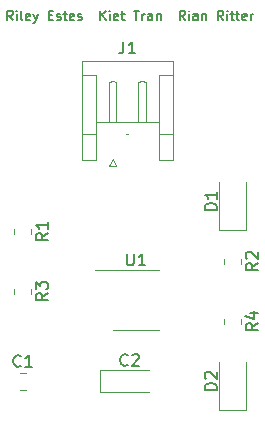
<source format=gbr>
%TF.GenerationSoftware,KiCad,Pcbnew,7.0.1*%
%TF.CreationDate,2023-04-24T16:24:41-07:00*%
%TF.ProjectId,Lab 3,4c616220-332e-46b6-9963-61645f706362,rev?*%
%TF.SameCoordinates,Original*%
%TF.FileFunction,Legend,Top*%
%TF.FilePolarity,Positive*%
%FSLAX46Y46*%
G04 Gerber Fmt 4.6, Leading zero omitted, Abs format (unit mm)*
G04 Created by KiCad (PCBNEW 7.0.1) date 2023-04-24 16:24:41*
%MOMM*%
%LPD*%
G01*
G04 APERTURE LIST*
%ADD10C,0.150000*%
%ADD11C,0.120000*%
G04 APERTURE END LIST*
D10*
X143927619Y-63402095D02*
X143660952Y-63021142D01*
X143470476Y-63402095D02*
X143470476Y-62602095D01*
X143470476Y-62602095D02*
X143775238Y-62602095D01*
X143775238Y-62602095D02*
X143851428Y-62640190D01*
X143851428Y-62640190D02*
X143889523Y-62678285D01*
X143889523Y-62678285D02*
X143927619Y-62754476D01*
X143927619Y-62754476D02*
X143927619Y-62868761D01*
X143927619Y-62868761D02*
X143889523Y-62944952D01*
X143889523Y-62944952D02*
X143851428Y-62983047D01*
X143851428Y-62983047D02*
X143775238Y-63021142D01*
X143775238Y-63021142D02*
X143470476Y-63021142D01*
X144270476Y-63402095D02*
X144270476Y-62868761D01*
X144270476Y-62602095D02*
X144232380Y-62640190D01*
X144232380Y-62640190D02*
X144270476Y-62678285D01*
X144270476Y-62678285D02*
X144308571Y-62640190D01*
X144308571Y-62640190D02*
X144270476Y-62602095D01*
X144270476Y-62602095D02*
X144270476Y-62678285D01*
X144765713Y-63402095D02*
X144689523Y-63364000D01*
X144689523Y-63364000D02*
X144651428Y-63287809D01*
X144651428Y-63287809D02*
X144651428Y-62602095D01*
X145375238Y-63364000D02*
X145299047Y-63402095D01*
X145299047Y-63402095D02*
X145146666Y-63402095D01*
X145146666Y-63402095D02*
X145070476Y-63364000D01*
X145070476Y-63364000D02*
X145032380Y-63287809D01*
X145032380Y-63287809D02*
X145032380Y-62983047D01*
X145032380Y-62983047D02*
X145070476Y-62906857D01*
X145070476Y-62906857D02*
X145146666Y-62868761D01*
X145146666Y-62868761D02*
X145299047Y-62868761D01*
X145299047Y-62868761D02*
X145375238Y-62906857D01*
X145375238Y-62906857D02*
X145413333Y-62983047D01*
X145413333Y-62983047D02*
X145413333Y-63059238D01*
X145413333Y-63059238D02*
X145032380Y-63135428D01*
X145679999Y-62868761D02*
X145870475Y-63402095D01*
X146060952Y-62868761D02*
X145870475Y-63402095D01*
X145870475Y-63402095D02*
X145794285Y-63592571D01*
X145794285Y-63592571D02*
X145756190Y-63630666D01*
X145756190Y-63630666D02*
X145679999Y-63668761D01*
X146975238Y-62983047D02*
X147241904Y-62983047D01*
X147356190Y-63402095D02*
X146975238Y-63402095D01*
X146975238Y-63402095D02*
X146975238Y-62602095D01*
X146975238Y-62602095D02*
X147356190Y-62602095D01*
X147660952Y-63364000D02*
X147737143Y-63402095D01*
X147737143Y-63402095D02*
X147889524Y-63402095D01*
X147889524Y-63402095D02*
X147965714Y-63364000D01*
X147965714Y-63364000D02*
X148003810Y-63287809D01*
X148003810Y-63287809D02*
X148003810Y-63249714D01*
X148003810Y-63249714D02*
X147965714Y-63173523D01*
X147965714Y-63173523D02*
X147889524Y-63135428D01*
X147889524Y-63135428D02*
X147775238Y-63135428D01*
X147775238Y-63135428D02*
X147699048Y-63097333D01*
X147699048Y-63097333D02*
X147660952Y-63021142D01*
X147660952Y-63021142D02*
X147660952Y-62983047D01*
X147660952Y-62983047D02*
X147699048Y-62906857D01*
X147699048Y-62906857D02*
X147775238Y-62868761D01*
X147775238Y-62868761D02*
X147889524Y-62868761D01*
X147889524Y-62868761D02*
X147965714Y-62906857D01*
X148232381Y-62868761D02*
X148537143Y-62868761D01*
X148346667Y-62602095D02*
X148346667Y-63287809D01*
X148346667Y-63287809D02*
X148384762Y-63364000D01*
X148384762Y-63364000D02*
X148460952Y-63402095D01*
X148460952Y-63402095D02*
X148537143Y-63402095D01*
X149108572Y-63364000D02*
X149032381Y-63402095D01*
X149032381Y-63402095D02*
X148880000Y-63402095D01*
X148880000Y-63402095D02*
X148803810Y-63364000D01*
X148803810Y-63364000D02*
X148765714Y-63287809D01*
X148765714Y-63287809D02*
X148765714Y-62983047D01*
X148765714Y-62983047D02*
X148803810Y-62906857D01*
X148803810Y-62906857D02*
X148880000Y-62868761D01*
X148880000Y-62868761D02*
X149032381Y-62868761D01*
X149032381Y-62868761D02*
X149108572Y-62906857D01*
X149108572Y-62906857D02*
X149146667Y-62983047D01*
X149146667Y-62983047D02*
X149146667Y-63059238D01*
X149146667Y-63059238D02*
X148765714Y-63135428D01*
X149451428Y-63364000D02*
X149527619Y-63402095D01*
X149527619Y-63402095D02*
X149680000Y-63402095D01*
X149680000Y-63402095D02*
X149756190Y-63364000D01*
X149756190Y-63364000D02*
X149794286Y-63287809D01*
X149794286Y-63287809D02*
X149794286Y-63249714D01*
X149794286Y-63249714D02*
X149756190Y-63173523D01*
X149756190Y-63173523D02*
X149680000Y-63135428D01*
X149680000Y-63135428D02*
X149565714Y-63135428D01*
X149565714Y-63135428D02*
X149489524Y-63097333D01*
X149489524Y-63097333D02*
X149451428Y-63021142D01*
X149451428Y-63021142D02*
X149451428Y-62983047D01*
X149451428Y-62983047D02*
X149489524Y-62906857D01*
X149489524Y-62906857D02*
X149565714Y-62868761D01*
X149565714Y-62868761D02*
X149680000Y-62868761D01*
X149680000Y-62868761D02*
X149756190Y-62906857D01*
X151356191Y-63402095D02*
X151356191Y-62602095D01*
X151813334Y-63402095D02*
X151470476Y-62944952D01*
X151813334Y-62602095D02*
X151356191Y-63059238D01*
X152156191Y-63402095D02*
X152156191Y-62868761D01*
X152156191Y-62602095D02*
X152118095Y-62640190D01*
X152118095Y-62640190D02*
X152156191Y-62678285D01*
X152156191Y-62678285D02*
X152194286Y-62640190D01*
X152194286Y-62640190D02*
X152156191Y-62602095D01*
X152156191Y-62602095D02*
X152156191Y-62678285D01*
X152841905Y-63364000D02*
X152765714Y-63402095D01*
X152765714Y-63402095D02*
X152613333Y-63402095D01*
X152613333Y-63402095D02*
X152537143Y-63364000D01*
X152537143Y-63364000D02*
X152499047Y-63287809D01*
X152499047Y-63287809D02*
X152499047Y-62983047D01*
X152499047Y-62983047D02*
X152537143Y-62906857D01*
X152537143Y-62906857D02*
X152613333Y-62868761D01*
X152613333Y-62868761D02*
X152765714Y-62868761D01*
X152765714Y-62868761D02*
X152841905Y-62906857D01*
X152841905Y-62906857D02*
X152880000Y-62983047D01*
X152880000Y-62983047D02*
X152880000Y-63059238D01*
X152880000Y-63059238D02*
X152499047Y-63135428D01*
X153108571Y-62868761D02*
X153413333Y-62868761D01*
X153222857Y-62602095D02*
X153222857Y-63287809D01*
X153222857Y-63287809D02*
X153260952Y-63364000D01*
X153260952Y-63364000D02*
X153337142Y-63402095D01*
X153337142Y-63402095D02*
X153413333Y-63402095D01*
X154175238Y-62602095D02*
X154632381Y-62602095D01*
X154403809Y-63402095D02*
X154403809Y-62602095D01*
X154899048Y-63402095D02*
X154899048Y-62868761D01*
X154899048Y-63021142D02*
X154937143Y-62944952D01*
X154937143Y-62944952D02*
X154975238Y-62906857D01*
X154975238Y-62906857D02*
X155051429Y-62868761D01*
X155051429Y-62868761D02*
X155127619Y-62868761D01*
X155737143Y-63402095D02*
X155737143Y-62983047D01*
X155737143Y-62983047D02*
X155699048Y-62906857D01*
X155699048Y-62906857D02*
X155622857Y-62868761D01*
X155622857Y-62868761D02*
X155470476Y-62868761D01*
X155470476Y-62868761D02*
X155394286Y-62906857D01*
X155737143Y-63364000D02*
X155660952Y-63402095D01*
X155660952Y-63402095D02*
X155470476Y-63402095D01*
X155470476Y-63402095D02*
X155394286Y-63364000D01*
X155394286Y-63364000D02*
X155356190Y-63287809D01*
X155356190Y-63287809D02*
X155356190Y-63211619D01*
X155356190Y-63211619D02*
X155394286Y-63135428D01*
X155394286Y-63135428D02*
X155470476Y-63097333D01*
X155470476Y-63097333D02*
X155660952Y-63097333D01*
X155660952Y-63097333D02*
X155737143Y-63059238D01*
X156118096Y-62868761D02*
X156118096Y-63402095D01*
X156118096Y-62944952D02*
X156156191Y-62906857D01*
X156156191Y-62906857D02*
X156232381Y-62868761D01*
X156232381Y-62868761D02*
X156346667Y-62868761D01*
X156346667Y-62868761D02*
X156422858Y-62906857D01*
X156422858Y-62906857D02*
X156460953Y-62983047D01*
X156460953Y-62983047D02*
X156460953Y-63402095D01*
X158518097Y-63402095D02*
X158251430Y-63021142D01*
X158060954Y-63402095D02*
X158060954Y-62602095D01*
X158060954Y-62602095D02*
X158365716Y-62602095D01*
X158365716Y-62602095D02*
X158441906Y-62640190D01*
X158441906Y-62640190D02*
X158480001Y-62678285D01*
X158480001Y-62678285D02*
X158518097Y-62754476D01*
X158518097Y-62754476D02*
X158518097Y-62868761D01*
X158518097Y-62868761D02*
X158480001Y-62944952D01*
X158480001Y-62944952D02*
X158441906Y-62983047D01*
X158441906Y-62983047D02*
X158365716Y-63021142D01*
X158365716Y-63021142D02*
X158060954Y-63021142D01*
X158860954Y-63402095D02*
X158860954Y-62868761D01*
X158860954Y-62602095D02*
X158822858Y-62640190D01*
X158822858Y-62640190D02*
X158860954Y-62678285D01*
X158860954Y-62678285D02*
X158899049Y-62640190D01*
X158899049Y-62640190D02*
X158860954Y-62602095D01*
X158860954Y-62602095D02*
X158860954Y-62678285D01*
X159584763Y-63402095D02*
X159584763Y-62983047D01*
X159584763Y-62983047D02*
X159546668Y-62906857D01*
X159546668Y-62906857D02*
X159470477Y-62868761D01*
X159470477Y-62868761D02*
X159318096Y-62868761D01*
X159318096Y-62868761D02*
X159241906Y-62906857D01*
X159584763Y-63364000D02*
X159508572Y-63402095D01*
X159508572Y-63402095D02*
X159318096Y-63402095D01*
X159318096Y-63402095D02*
X159241906Y-63364000D01*
X159241906Y-63364000D02*
X159203810Y-63287809D01*
X159203810Y-63287809D02*
X159203810Y-63211619D01*
X159203810Y-63211619D02*
X159241906Y-63135428D01*
X159241906Y-63135428D02*
X159318096Y-63097333D01*
X159318096Y-63097333D02*
X159508572Y-63097333D01*
X159508572Y-63097333D02*
X159584763Y-63059238D01*
X159965716Y-62868761D02*
X159965716Y-63402095D01*
X159965716Y-62944952D02*
X160003811Y-62906857D01*
X160003811Y-62906857D02*
X160080001Y-62868761D01*
X160080001Y-62868761D02*
X160194287Y-62868761D01*
X160194287Y-62868761D02*
X160270478Y-62906857D01*
X160270478Y-62906857D02*
X160308573Y-62983047D01*
X160308573Y-62983047D02*
X160308573Y-63402095D01*
X161756193Y-63402095D02*
X161489526Y-63021142D01*
X161299050Y-63402095D02*
X161299050Y-62602095D01*
X161299050Y-62602095D02*
X161603812Y-62602095D01*
X161603812Y-62602095D02*
X161680002Y-62640190D01*
X161680002Y-62640190D02*
X161718097Y-62678285D01*
X161718097Y-62678285D02*
X161756193Y-62754476D01*
X161756193Y-62754476D02*
X161756193Y-62868761D01*
X161756193Y-62868761D02*
X161718097Y-62944952D01*
X161718097Y-62944952D02*
X161680002Y-62983047D01*
X161680002Y-62983047D02*
X161603812Y-63021142D01*
X161603812Y-63021142D02*
X161299050Y-63021142D01*
X162099050Y-63402095D02*
X162099050Y-62868761D01*
X162099050Y-62602095D02*
X162060954Y-62640190D01*
X162060954Y-62640190D02*
X162099050Y-62678285D01*
X162099050Y-62678285D02*
X162137145Y-62640190D01*
X162137145Y-62640190D02*
X162099050Y-62602095D01*
X162099050Y-62602095D02*
X162099050Y-62678285D01*
X162365716Y-62868761D02*
X162670478Y-62868761D01*
X162480002Y-62602095D02*
X162480002Y-63287809D01*
X162480002Y-63287809D02*
X162518097Y-63364000D01*
X162518097Y-63364000D02*
X162594287Y-63402095D01*
X162594287Y-63402095D02*
X162670478Y-63402095D01*
X162822859Y-62868761D02*
X163127621Y-62868761D01*
X162937145Y-62602095D02*
X162937145Y-63287809D01*
X162937145Y-63287809D02*
X162975240Y-63364000D01*
X162975240Y-63364000D02*
X163051430Y-63402095D01*
X163051430Y-63402095D02*
X163127621Y-63402095D01*
X163699050Y-63364000D02*
X163622859Y-63402095D01*
X163622859Y-63402095D02*
X163470478Y-63402095D01*
X163470478Y-63402095D02*
X163394288Y-63364000D01*
X163394288Y-63364000D02*
X163356192Y-63287809D01*
X163356192Y-63287809D02*
X163356192Y-62983047D01*
X163356192Y-62983047D02*
X163394288Y-62906857D01*
X163394288Y-62906857D02*
X163470478Y-62868761D01*
X163470478Y-62868761D02*
X163622859Y-62868761D01*
X163622859Y-62868761D02*
X163699050Y-62906857D01*
X163699050Y-62906857D02*
X163737145Y-62983047D01*
X163737145Y-62983047D02*
X163737145Y-63059238D01*
X163737145Y-63059238D02*
X163356192Y-63135428D01*
X164080002Y-63402095D02*
X164080002Y-62868761D01*
X164080002Y-63021142D02*
X164118097Y-62944952D01*
X164118097Y-62944952D02*
X164156192Y-62906857D01*
X164156192Y-62906857D02*
X164232383Y-62868761D01*
X164232383Y-62868761D02*
X164308573Y-62868761D01*
%TO.C,C2*%
X153670833Y-92597380D02*
X153623214Y-92645000D01*
X153623214Y-92645000D02*
X153480357Y-92692619D01*
X153480357Y-92692619D02*
X153385119Y-92692619D01*
X153385119Y-92692619D02*
X153242262Y-92645000D01*
X153242262Y-92645000D02*
X153147024Y-92549761D01*
X153147024Y-92549761D02*
X153099405Y-92454523D01*
X153099405Y-92454523D02*
X153051786Y-92264047D01*
X153051786Y-92264047D02*
X153051786Y-92121190D01*
X153051786Y-92121190D02*
X153099405Y-91930714D01*
X153099405Y-91930714D02*
X153147024Y-91835476D01*
X153147024Y-91835476D02*
X153242262Y-91740238D01*
X153242262Y-91740238D02*
X153385119Y-91692619D01*
X153385119Y-91692619D02*
X153480357Y-91692619D01*
X153480357Y-91692619D02*
X153623214Y-91740238D01*
X153623214Y-91740238D02*
X153670833Y-91787857D01*
X154051786Y-91787857D02*
X154099405Y-91740238D01*
X154099405Y-91740238D02*
X154194643Y-91692619D01*
X154194643Y-91692619D02*
X154432738Y-91692619D01*
X154432738Y-91692619D02*
X154527976Y-91740238D01*
X154527976Y-91740238D02*
X154575595Y-91787857D01*
X154575595Y-91787857D02*
X154623214Y-91883095D01*
X154623214Y-91883095D02*
X154623214Y-91978333D01*
X154623214Y-91978333D02*
X154575595Y-92121190D01*
X154575595Y-92121190D02*
X154004167Y-92692619D01*
X154004167Y-92692619D02*
X154623214Y-92692619D01*
%TO.C,U1*%
X153608095Y-83172619D02*
X153608095Y-83982142D01*
X153608095Y-83982142D02*
X153655714Y-84077380D01*
X153655714Y-84077380D02*
X153703333Y-84125000D01*
X153703333Y-84125000D02*
X153798571Y-84172619D01*
X153798571Y-84172619D02*
X153989047Y-84172619D01*
X153989047Y-84172619D02*
X154084285Y-84125000D01*
X154084285Y-84125000D02*
X154131904Y-84077380D01*
X154131904Y-84077380D02*
X154179523Y-83982142D01*
X154179523Y-83982142D02*
X154179523Y-83172619D01*
X155179523Y-84172619D02*
X154608095Y-84172619D01*
X154893809Y-84172619D02*
X154893809Y-83172619D01*
X154893809Y-83172619D02*
X154798571Y-83315476D01*
X154798571Y-83315476D02*
X154703333Y-83410714D01*
X154703333Y-83410714D02*
X154608095Y-83458333D01*
%TO.C,R3*%
X146892619Y-86526666D02*
X146416428Y-86859999D01*
X146892619Y-87098094D02*
X145892619Y-87098094D01*
X145892619Y-87098094D02*
X145892619Y-86717142D01*
X145892619Y-86717142D02*
X145940238Y-86621904D01*
X145940238Y-86621904D02*
X145987857Y-86574285D01*
X145987857Y-86574285D02*
X146083095Y-86526666D01*
X146083095Y-86526666D02*
X146225952Y-86526666D01*
X146225952Y-86526666D02*
X146321190Y-86574285D01*
X146321190Y-86574285D02*
X146368809Y-86621904D01*
X146368809Y-86621904D02*
X146416428Y-86717142D01*
X146416428Y-86717142D02*
X146416428Y-87098094D01*
X145892619Y-86193332D02*
X145892619Y-85574285D01*
X145892619Y-85574285D02*
X146273571Y-85907618D01*
X146273571Y-85907618D02*
X146273571Y-85764761D01*
X146273571Y-85764761D02*
X146321190Y-85669523D01*
X146321190Y-85669523D02*
X146368809Y-85621904D01*
X146368809Y-85621904D02*
X146464047Y-85574285D01*
X146464047Y-85574285D02*
X146702142Y-85574285D01*
X146702142Y-85574285D02*
X146797380Y-85621904D01*
X146797380Y-85621904D02*
X146845000Y-85669523D01*
X146845000Y-85669523D02*
X146892619Y-85764761D01*
X146892619Y-85764761D02*
X146892619Y-86050475D01*
X146892619Y-86050475D02*
X146845000Y-86145713D01*
X146845000Y-86145713D02*
X146797380Y-86193332D01*
%TO.C,D1*%
X161202619Y-79478094D02*
X160202619Y-79478094D01*
X160202619Y-79478094D02*
X160202619Y-79239999D01*
X160202619Y-79239999D02*
X160250238Y-79097142D01*
X160250238Y-79097142D02*
X160345476Y-79001904D01*
X160345476Y-79001904D02*
X160440714Y-78954285D01*
X160440714Y-78954285D02*
X160631190Y-78906666D01*
X160631190Y-78906666D02*
X160774047Y-78906666D01*
X160774047Y-78906666D02*
X160964523Y-78954285D01*
X160964523Y-78954285D02*
X161059761Y-79001904D01*
X161059761Y-79001904D02*
X161155000Y-79097142D01*
X161155000Y-79097142D02*
X161202619Y-79239999D01*
X161202619Y-79239999D02*
X161202619Y-79478094D01*
X161202619Y-77954285D02*
X161202619Y-78525713D01*
X161202619Y-78239999D02*
X160202619Y-78239999D01*
X160202619Y-78239999D02*
X160345476Y-78335237D01*
X160345476Y-78335237D02*
X160440714Y-78430475D01*
X160440714Y-78430475D02*
X160488333Y-78525713D01*
%TO.C,D2*%
X161202619Y-94718094D02*
X160202619Y-94718094D01*
X160202619Y-94718094D02*
X160202619Y-94479999D01*
X160202619Y-94479999D02*
X160250238Y-94337142D01*
X160250238Y-94337142D02*
X160345476Y-94241904D01*
X160345476Y-94241904D02*
X160440714Y-94194285D01*
X160440714Y-94194285D02*
X160631190Y-94146666D01*
X160631190Y-94146666D02*
X160774047Y-94146666D01*
X160774047Y-94146666D02*
X160964523Y-94194285D01*
X160964523Y-94194285D02*
X161059761Y-94241904D01*
X161059761Y-94241904D02*
X161155000Y-94337142D01*
X161155000Y-94337142D02*
X161202619Y-94479999D01*
X161202619Y-94479999D02*
X161202619Y-94718094D01*
X160297857Y-93765713D02*
X160250238Y-93718094D01*
X160250238Y-93718094D02*
X160202619Y-93622856D01*
X160202619Y-93622856D02*
X160202619Y-93384761D01*
X160202619Y-93384761D02*
X160250238Y-93289523D01*
X160250238Y-93289523D02*
X160297857Y-93241904D01*
X160297857Y-93241904D02*
X160393095Y-93194285D01*
X160393095Y-93194285D02*
X160488333Y-93194285D01*
X160488333Y-93194285D02*
X160631190Y-93241904D01*
X160631190Y-93241904D02*
X161202619Y-93813332D01*
X161202619Y-93813332D02*
X161202619Y-93194285D01*
%TO.C,C1*%
X144613333Y-92667380D02*
X144565714Y-92715000D01*
X144565714Y-92715000D02*
X144422857Y-92762619D01*
X144422857Y-92762619D02*
X144327619Y-92762619D01*
X144327619Y-92762619D02*
X144184762Y-92715000D01*
X144184762Y-92715000D02*
X144089524Y-92619761D01*
X144089524Y-92619761D02*
X144041905Y-92524523D01*
X144041905Y-92524523D02*
X143994286Y-92334047D01*
X143994286Y-92334047D02*
X143994286Y-92191190D01*
X143994286Y-92191190D02*
X144041905Y-92000714D01*
X144041905Y-92000714D02*
X144089524Y-91905476D01*
X144089524Y-91905476D02*
X144184762Y-91810238D01*
X144184762Y-91810238D02*
X144327619Y-91762619D01*
X144327619Y-91762619D02*
X144422857Y-91762619D01*
X144422857Y-91762619D02*
X144565714Y-91810238D01*
X144565714Y-91810238D02*
X144613333Y-91857857D01*
X145565714Y-92762619D02*
X144994286Y-92762619D01*
X145280000Y-92762619D02*
X145280000Y-91762619D01*
X145280000Y-91762619D02*
X145184762Y-91905476D01*
X145184762Y-91905476D02*
X145089524Y-92000714D01*
X145089524Y-92000714D02*
X144994286Y-92048333D01*
%TO.C,R1*%
X146892619Y-81446666D02*
X146416428Y-81779999D01*
X146892619Y-82018094D02*
X145892619Y-82018094D01*
X145892619Y-82018094D02*
X145892619Y-81637142D01*
X145892619Y-81637142D02*
X145940238Y-81541904D01*
X145940238Y-81541904D02*
X145987857Y-81494285D01*
X145987857Y-81494285D02*
X146083095Y-81446666D01*
X146083095Y-81446666D02*
X146225952Y-81446666D01*
X146225952Y-81446666D02*
X146321190Y-81494285D01*
X146321190Y-81494285D02*
X146368809Y-81541904D01*
X146368809Y-81541904D02*
X146416428Y-81637142D01*
X146416428Y-81637142D02*
X146416428Y-82018094D01*
X146892619Y-80494285D02*
X146892619Y-81065713D01*
X146892619Y-80779999D02*
X145892619Y-80779999D01*
X145892619Y-80779999D02*
X146035476Y-80875237D01*
X146035476Y-80875237D02*
X146130714Y-80970475D01*
X146130714Y-80970475D02*
X146178333Y-81065713D01*
%TO.C,R4*%
X164672619Y-89066666D02*
X164196428Y-89399999D01*
X164672619Y-89638094D02*
X163672619Y-89638094D01*
X163672619Y-89638094D02*
X163672619Y-89257142D01*
X163672619Y-89257142D02*
X163720238Y-89161904D01*
X163720238Y-89161904D02*
X163767857Y-89114285D01*
X163767857Y-89114285D02*
X163863095Y-89066666D01*
X163863095Y-89066666D02*
X164005952Y-89066666D01*
X164005952Y-89066666D02*
X164101190Y-89114285D01*
X164101190Y-89114285D02*
X164148809Y-89161904D01*
X164148809Y-89161904D02*
X164196428Y-89257142D01*
X164196428Y-89257142D02*
X164196428Y-89638094D01*
X164005952Y-88209523D02*
X164672619Y-88209523D01*
X163625000Y-88447618D02*
X164339285Y-88685713D01*
X164339285Y-88685713D02*
X164339285Y-88066666D01*
%TO.C,J1*%
X153316666Y-65222619D02*
X153316666Y-65936904D01*
X153316666Y-65936904D02*
X153269047Y-66079761D01*
X153269047Y-66079761D02*
X153173809Y-66175000D01*
X153173809Y-66175000D02*
X153030952Y-66222619D01*
X153030952Y-66222619D02*
X152935714Y-66222619D01*
X154316666Y-66222619D02*
X153745238Y-66222619D01*
X154030952Y-66222619D02*
X154030952Y-65222619D01*
X154030952Y-65222619D02*
X153935714Y-65365476D01*
X153935714Y-65365476D02*
X153840476Y-65460714D01*
X153840476Y-65460714D02*
X153745238Y-65508333D01*
%TO.C,R2*%
X164672619Y-83986666D02*
X164196428Y-84319999D01*
X164672619Y-84558094D02*
X163672619Y-84558094D01*
X163672619Y-84558094D02*
X163672619Y-84177142D01*
X163672619Y-84177142D02*
X163720238Y-84081904D01*
X163720238Y-84081904D02*
X163767857Y-84034285D01*
X163767857Y-84034285D02*
X163863095Y-83986666D01*
X163863095Y-83986666D02*
X164005952Y-83986666D01*
X164005952Y-83986666D02*
X164101190Y-84034285D01*
X164101190Y-84034285D02*
X164148809Y-84081904D01*
X164148809Y-84081904D02*
X164196428Y-84177142D01*
X164196428Y-84177142D02*
X164196428Y-84558094D01*
X163767857Y-83605713D02*
X163720238Y-83558094D01*
X163720238Y-83558094D02*
X163672619Y-83462856D01*
X163672619Y-83462856D02*
X163672619Y-83224761D01*
X163672619Y-83224761D02*
X163720238Y-83129523D01*
X163720238Y-83129523D02*
X163767857Y-83081904D01*
X163767857Y-83081904D02*
X163863095Y-83034285D01*
X163863095Y-83034285D02*
X163958333Y-83034285D01*
X163958333Y-83034285D02*
X164101190Y-83081904D01*
X164101190Y-83081904D02*
X164672619Y-83653332D01*
X164672619Y-83653332D02*
X164672619Y-83034285D01*
D11*
%TO.C,C2*%
X151352500Y-93045000D02*
X151352500Y-94915000D01*
X151352500Y-94915000D02*
X155437500Y-94915000D01*
X155437500Y-93045000D02*
X151352500Y-93045000D01*
%TO.C,U1*%
X154370000Y-84550000D02*
X150920000Y-84550000D01*
X154370000Y-84550000D02*
X156320000Y-84550000D01*
X154370000Y-89670000D02*
X152420000Y-89670000D01*
X154370000Y-89670000D02*
X156320000Y-89670000D01*
%TO.C,R3*%
X145515000Y-86132936D02*
X145515000Y-86587064D01*
X144045000Y-86132936D02*
X144045000Y-86587064D01*
%TO.C,D1*%
X161425000Y-81200000D02*
X163695000Y-81200000D01*
X163695000Y-81200000D02*
X163695000Y-77140000D01*
X161425000Y-77140000D02*
X161425000Y-81200000D01*
%TO.C,D2*%
X161425000Y-96440000D02*
X163695000Y-96440000D01*
X163695000Y-96440000D02*
X163695000Y-92380000D01*
X161425000Y-92380000D02*
X161425000Y-96440000D01*
%TO.C,C1*%
X144518748Y-93245000D02*
X145041252Y-93245000D01*
X144518748Y-94715000D02*
X145041252Y-94715000D01*
%TO.C,R1*%
X145515000Y-81052936D02*
X145515000Y-81507064D01*
X144045000Y-81052936D02*
X144045000Y-81507064D01*
%TO.C,R4*%
X163295000Y-88672936D02*
X163295000Y-89127064D01*
X161825000Y-88672936D02*
X161825000Y-89127064D01*
%TO.C,J1*%
X149790000Y-66850000D02*
X157510000Y-66850000D01*
X149790000Y-68070000D02*
X151010000Y-68070000D01*
X149790000Y-75270000D02*
X149790000Y-66850000D01*
X151010000Y-68070000D02*
X151010000Y-73070000D01*
X151010000Y-72070000D02*
X156290000Y-72070000D01*
X151010000Y-73070000D02*
X149790000Y-73070000D01*
X151010000Y-73070000D02*
X151010000Y-75270000D01*
X151010000Y-75270000D02*
X149790000Y-75270000D01*
X152080000Y-68650000D02*
X152400000Y-68570000D01*
X152080000Y-72070000D02*
X152080000Y-68650000D01*
X152100000Y-75760000D02*
X152700000Y-75760000D01*
X152400000Y-68570000D02*
X152720000Y-68650000D01*
X152400000Y-72070000D02*
X152080000Y-72070000D01*
X152400000Y-75160000D02*
X152100000Y-75760000D01*
X152700000Y-75760000D02*
X152400000Y-75160000D01*
X152720000Y-68650000D02*
X152720000Y-72070000D01*
X152720000Y-72070000D02*
X152400000Y-72070000D01*
X153570000Y-73070000D02*
X153730000Y-73070000D01*
X154580000Y-68650000D02*
X154900000Y-68570000D01*
X154580000Y-72070000D02*
X154580000Y-68650000D01*
X154900000Y-68570000D02*
X155220000Y-68650000D01*
X154900000Y-72070000D02*
X154580000Y-72070000D01*
X155220000Y-68650000D02*
X155220000Y-72070000D01*
X155220000Y-72070000D02*
X154900000Y-72070000D01*
X156290000Y-68070000D02*
X156290000Y-73070000D01*
X156290000Y-73070000D02*
X157510000Y-73070000D01*
X156290000Y-75270000D02*
X156290000Y-73070000D01*
X157510000Y-66850000D02*
X157510000Y-75270000D01*
X157510000Y-68070000D02*
X156290000Y-68070000D01*
X157510000Y-75270000D02*
X156290000Y-75270000D01*
%TO.C,R2*%
X163295000Y-83592936D02*
X163295000Y-84047064D01*
X161825000Y-83592936D02*
X161825000Y-84047064D01*
%TD*%
M02*

</source>
